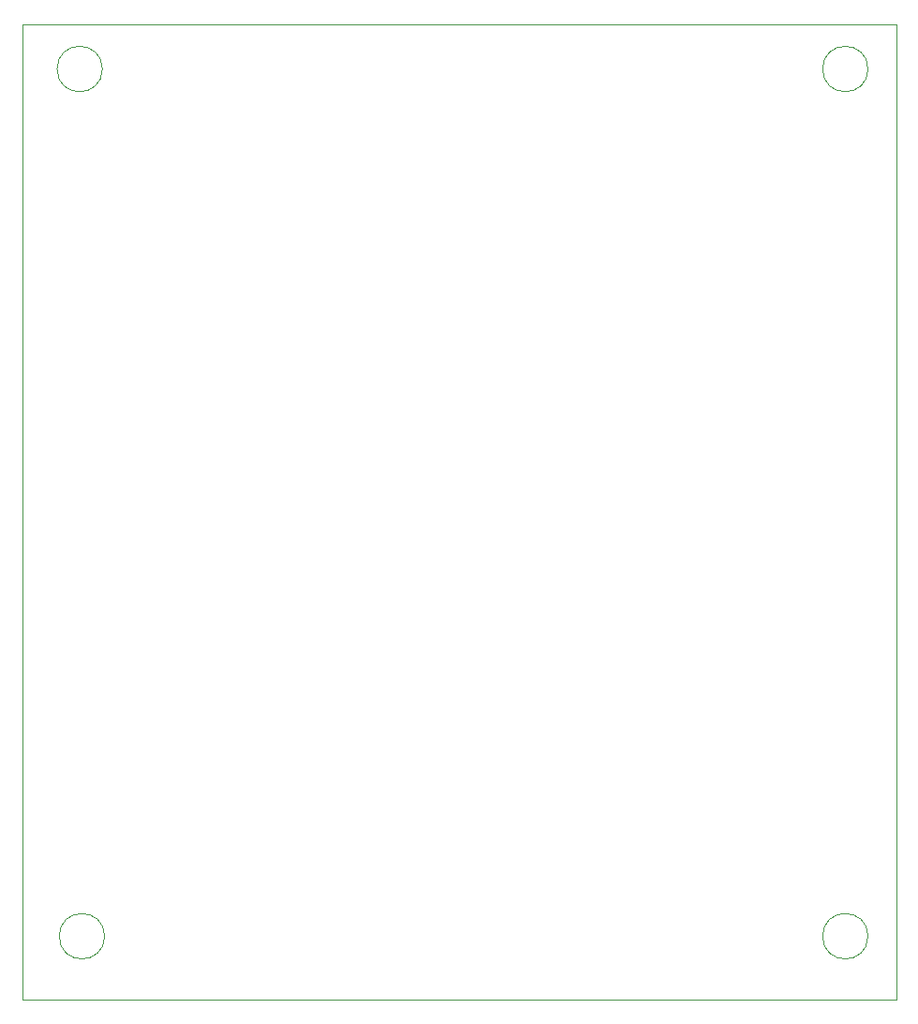
<source format=gbr>
%TF.GenerationSoftware,KiCad,Pcbnew,(5.1.8)-1*%
%TF.CreationDate,2021-03-31T15:24:53-04:00*%
%TF.ProjectId,Artemis Payload Computer,41727465-6d69-4732-9050-61796c6f6164,rev?*%
%TF.SameCoordinates,Original*%
%TF.FileFunction,Profile,NP*%
%FSLAX46Y46*%
G04 Gerber Fmt 4.6, Leading zero omitted, Abs format (unit mm)*
G04 Created by KiCad (PCBNEW (5.1.8)-1) date 2021-03-31 15:24:53*
%MOMM*%
%LPD*%
G01*
G04 APERTURE LIST*
%TA.AperFunction,Profile*%
%ADD10C,0.050000*%
%TD*%
G04 APERTURE END LIST*
D10*
X107600000Y-51000000D02*
X186600000Y-51000000D01*
X107600000Y-139000000D02*
X107600000Y-51000000D01*
X186600000Y-139000000D02*
X107600000Y-139000000D01*
X186600000Y-51000000D02*
X186600000Y-139000000D01*
X114850000Y-55000000D02*
G75*
G03*
X114850000Y-55000000I-2050000J0D01*
G01*
X115050000Y-133300000D02*
G75*
G03*
X115050000Y-133300000I-2050000J0D01*
G01*
X184050000Y-133300000D02*
G75*
G03*
X184050000Y-133300000I-2050000J0D01*
G01*
X184050000Y-55000000D02*
G75*
G03*
X184050000Y-55000000I-2050000J0D01*
G01*
M02*

</source>
